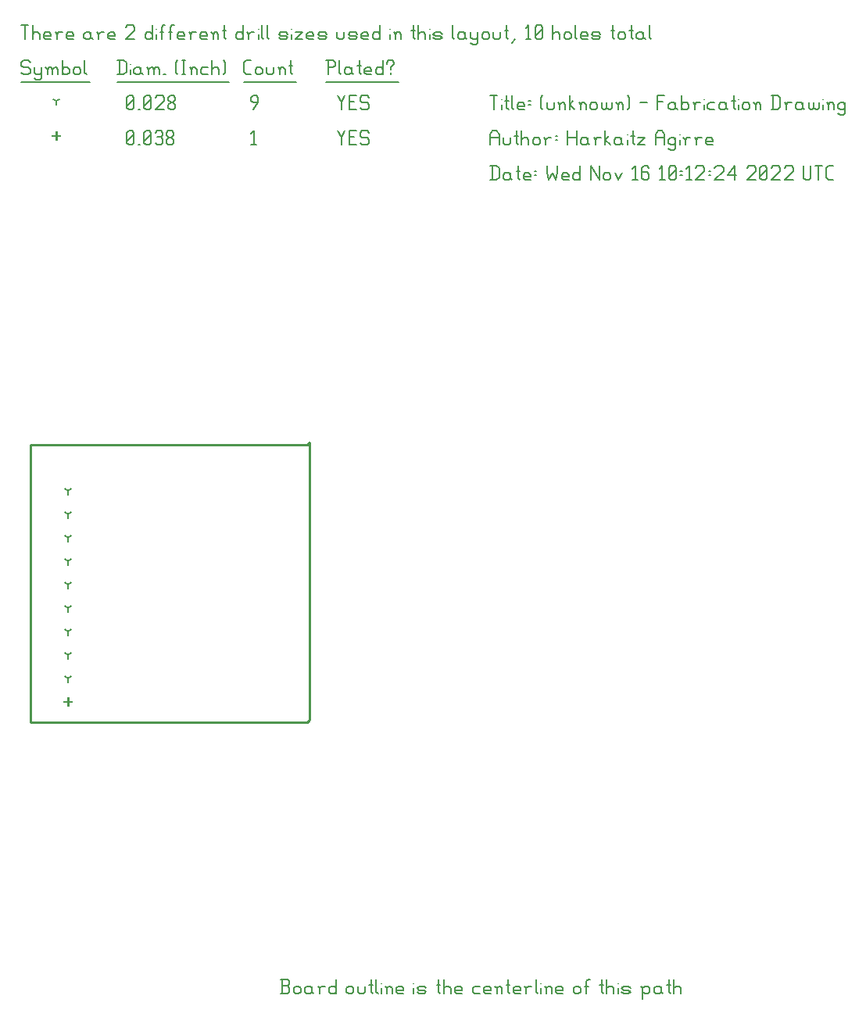
<source format=gbr>
G04 start of page 10 for group -3984 idx -3984 *
G04 Title: (unknown), fab *
G04 Creator: pcb 4.3.0 *
G04 CreationDate: Wed Nov 16 10:12:24 2022 UTC *
G04 For: harkaitz *
G04 Format: Gerber/RS-274X *
G04 PCB-Dimensions (mm): 100.00 80.00 *
G04 PCB-Coordinate-Origin: lower left *
%MOMM*%
%FSLAX43Y43*%
%LNFAB*%
%ADD46C,0.254*%
%ADD45C,0.191*%
%ADD44C,0.152*%
%ADD43R,0.203X0.203*%
G54D43*X5080Y29606D02*Y28794D01*
X4674Y29200D02*X5486D01*
X3810Y90884D02*Y90071D01*
X3404Y90478D02*X4216D01*
G54D44*X34290Y91049D02*X34671Y90287D01*
X35052Y91049D01*
X34671Y90287D02*Y89525D01*
X35509Y90363D02*X36081D01*
X35509Y89525D02*X36271D01*
X35509Y91049D02*Y89525D01*
Y91049D02*X36271D01*
X37490D02*X37681Y90858D01*
X36919Y91049D02*X37490D01*
X36728Y90858D02*X36919Y91049D01*
X36728Y90858D02*Y90478D01*
X36919Y90287D01*
X37490D01*
X37681Y90096D01*
Y89716D01*
X37490Y89525D02*X37681Y89716D01*
X36919Y89525D02*X37490D01*
X36728Y89716D02*X36919Y89525D01*
X24892Y90744D02*X25197Y91049D01*
Y89525D01*
X24892D02*X25464D01*
X11430Y89716D02*X11620Y89525D01*
X11430Y90858D02*Y89716D01*
Y90858D02*X11620Y91049D01*
X12002D01*
X12192Y90858D01*
Y89716D01*
X12002Y89525D02*X12192Y89716D01*
X11620Y89525D02*X12002D01*
X11430Y89906D02*X12192Y90668D01*
X12649Y89525D02*X12840D01*
X13297Y89716D02*X13487Y89525D01*
X13297Y90858D02*Y89716D01*
Y90858D02*X13487Y91049D01*
X13868D01*
X14059Y90858D01*
Y89716D01*
X13868Y89525D02*X14059Y89716D01*
X13487Y89525D02*X13868D01*
X13297Y89906D02*X14059Y90668D01*
X14516Y90858D02*X14707Y91049D01*
X15088D01*
X15278Y90858D01*
X15088Y89525D02*X15278Y89716D01*
X14707Y89525D02*X15088D01*
X14516Y89716D02*X14707Y89525D01*
Y90363D02*X15088D01*
X15278Y90858D02*Y90554D01*
Y90173D02*Y89716D01*
Y90173D02*X15088Y90363D01*
X15278Y90554D02*X15088Y90363D01*
X15735Y89716D02*X15926Y89525D01*
X15735Y90020D02*Y89716D01*
Y90020D02*X16002Y90287D01*
X16231D01*
X16497Y90020D01*
Y89716D01*
X16307Y89525D02*X16497Y89716D01*
X15926Y89525D02*X16307D01*
X15735Y90554D02*X16002Y90287D01*
X15735Y90858D02*Y90554D01*
Y90858D02*X15926Y91049D01*
X16307D01*
X16497Y90858D01*
Y90554D01*
X16231Y90287D02*X16497Y90554D01*
X5080Y31740D02*Y31334D01*
Y31740D02*X5432Y31943D01*
X5080Y31740D02*X4728Y31943D01*
X5080Y36820D02*Y36414D01*
Y36820D02*X5432Y37023D01*
X5080Y36820D02*X4728Y37023D01*
X5080Y34280D02*Y33874D01*
Y34280D02*X5432Y34483D01*
X5080Y34280D02*X4728Y34483D01*
X5080Y41900D02*Y41494D01*
Y41900D02*X5432Y42103D01*
X5080Y41900D02*X4728Y42103D01*
X5080Y39360D02*Y38954D01*
Y39360D02*X5432Y39563D01*
X5080Y39360D02*X4728Y39563D01*
X5080Y46980D02*Y46574D01*
Y46980D02*X5432Y47183D01*
X5080Y46980D02*X4728Y47183D01*
X5080Y44440D02*Y44034D01*
Y44440D02*X5432Y44643D01*
X5080Y44440D02*X4728Y44643D01*
X5080Y52060D02*Y51654D01*
Y52060D02*X5432Y52263D01*
X5080Y52060D02*X4728Y52263D01*
X5080Y49520D02*Y49114D01*
Y49520D02*X5432Y49723D01*
X5080Y49520D02*X4728Y49723D01*
X3810Y94288D02*Y93881D01*
Y94288D02*X4162Y94491D01*
X3810Y94288D02*X3458Y94491D01*
X34290Y94859D02*X34671Y94097D01*
X35052Y94859D01*
X34671Y94097D02*Y93335D01*
X35509Y94173D02*X36081D01*
X35509Y93335D02*X36271D01*
X35509Y94859D02*Y93335D01*
Y94859D02*X36271D01*
X37490D02*X37681Y94668D01*
X36919Y94859D02*X37490D01*
X36728Y94668D02*X36919Y94859D01*
X36728Y94668D02*Y94288D01*
X36919Y94097D01*
X37490D01*
X37681Y93906D01*
Y93526D01*
X37490Y93335D02*X37681Y93526D01*
X36919Y93335D02*X37490D01*
X36728Y93526D02*X36919Y93335D01*
X25082D02*X25654Y94097D01*
Y94668D02*Y94097D01*
X25464Y94859D02*X25654Y94668D01*
X25082Y94859D02*X25464D01*
X24892Y94668D02*X25082Y94859D01*
X24892Y94668D02*Y94288D01*
X25082Y94097D01*
X25654D01*
X11430Y93526D02*X11620Y93335D01*
X11430Y94668D02*Y93526D01*
Y94668D02*X11620Y94859D01*
X12002D01*
X12192Y94668D01*
Y93526D01*
X12002Y93335D02*X12192Y93526D01*
X11620Y93335D02*X12002D01*
X11430Y93716D02*X12192Y94478D01*
X12649Y93335D02*X12840D01*
X13297Y93526D02*X13487Y93335D01*
X13297Y94668D02*Y93526D01*
Y94668D02*X13487Y94859D01*
X13868D01*
X14059Y94668D01*
Y93526D01*
X13868Y93335D02*X14059Y93526D01*
X13487Y93335D02*X13868D01*
X13297Y93716D02*X14059Y94478D01*
X14516Y94668D02*X14707Y94859D01*
X15278D01*
X15469Y94668D01*
Y94288D01*
X14516Y93335D02*X15469Y94288D01*
X14516Y93335D02*X15469D01*
X15926Y93526D02*X16116Y93335D01*
X15926Y93830D02*Y93526D01*
Y93830D02*X16193Y94097D01*
X16421D01*
X16688Y93830D01*
Y93526D01*
X16497Y93335D02*X16688Y93526D01*
X16116Y93335D02*X16497D01*
X15926Y94364D02*X16193Y94097D01*
X15926Y94668D02*Y94364D01*
Y94668D02*X16116Y94859D01*
X16497D01*
X16688Y94668D01*
Y94364D01*
X16421Y94097D02*X16688Y94364D01*
X762Y98669D02*X952Y98478D01*
X190Y98669D02*X762D01*
X0Y98478D02*X190Y98669D01*
X0Y98478D02*Y98098D01*
X190Y97907D01*
X762D01*
X952Y97716D01*
Y97336D01*
X762Y97145D02*X952Y97336D01*
X190Y97145D02*X762D01*
X0Y97336D02*X190Y97145D01*
X1410Y97907D02*Y97336D01*
X1600Y97145D01*
X2172Y97907D02*Y96764D01*
X1981Y96574D02*X2172Y96764D01*
X1600Y96574D02*X1981D01*
X1410Y96764D02*X1600Y96574D01*
Y97145D02*X1981D01*
X2172Y97336D01*
X2819Y97716D02*Y97145D01*
Y97716D02*X3010Y97907D01*
X3200D01*
X3391Y97716D01*
Y97145D01*
Y97716D02*X3581Y97907D01*
X3772D01*
X3962Y97716D01*
Y97145D01*
X2629Y97907D02*X2819Y97716D01*
X4420Y98669D02*Y97145D01*
Y97336D02*X4610Y97145D01*
X4991D01*
X5182Y97336D01*
Y97716D02*Y97336D01*
X4991Y97907D02*X5182Y97716D01*
X4610Y97907D02*X4991D01*
X4420Y97716D02*X4610Y97907D01*
X5639Y97716D02*Y97336D01*
Y97716D02*X5829Y97907D01*
X6210D01*
X6401Y97716D01*
Y97336D01*
X6210Y97145D02*X6401Y97336D01*
X5829Y97145D02*X6210D01*
X5639Y97336D02*X5829Y97145D01*
X6858Y98669D02*Y97336D01*
X7049Y97145D01*
X0Y96319D02*X7430D01*
X10604Y98669D02*Y97145D01*
X11100Y98669D02*X11366Y98402D01*
Y97412D01*
X11100Y97145D02*X11366Y97412D01*
X10414Y97145D02*X11100D01*
X10414Y98669D02*X11100D01*
G54D45*X11824Y98288D02*Y98250D01*
G54D44*Y97716D02*Y97145D01*
X12776Y97907D02*X12967Y97716D01*
X12395Y97907D02*X12776D01*
X12205Y97716D02*X12395Y97907D01*
X12205Y97716D02*Y97336D01*
X12395Y97145D01*
X12967Y97907D02*Y97336D01*
X13157Y97145D01*
X12395D02*X12776D01*
X12967Y97336D01*
X13805Y97716D02*Y97145D01*
Y97716D02*X13995Y97907D01*
X14186D01*
X14376Y97716D01*
Y97145D01*
Y97716D02*X14567Y97907D01*
X14757D01*
X14948Y97716D01*
Y97145D01*
X13614Y97907D02*X13805Y97716D01*
X15405Y97145D02*X15596D01*
X16739Y97336D02*X16929Y97145D01*
X16739Y98478D02*X16929Y98669D01*
X16739Y98478D02*Y97336D01*
X17386Y98669D02*X17767D01*
X17577D02*Y97145D01*
X17386D02*X17767D01*
X18415Y97716D02*Y97145D01*
Y97716D02*X18606Y97907D01*
X18796D01*
X18987Y97716D01*
Y97145D01*
X18225Y97907D02*X18415Y97716D01*
X19634Y97907D02*X20206D01*
X19444Y97716D02*X19634Y97907D01*
X19444Y97716D02*Y97336D01*
X19634Y97145D01*
X20206D01*
X20663Y98669D02*Y97145D01*
Y97716D02*X20853Y97907D01*
X21234D01*
X21425Y97716D01*
Y97145D01*
X21882Y98669D02*X22073Y98478D01*
Y97336D01*
X21882Y97145D02*X22073Y97336D01*
X10414Y96319D02*X22530D01*
X24397Y97145D02*X24892D01*
X24130Y97412D02*X24397Y97145D01*
X24130Y98402D02*Y97412D01*
Y98402D02*X24397Y98669D01*
X24892D01*
X25349Y97716D02*Y97336D01*
Y97716D02*X25540Y97907D01*
X25921D01*
X26111Y97716D01*
Y97336D01*
X25921Y97145D02*X26111Y97336D01*
X25540Y97145D02*X25921D01*
X25349Y97336D02*X25540Y97145D01*
X26568Y97907D02*Y97336D01*
X26759Y97145D01*
X27140D01*
X27330Y97336D01*
Y97907D02*Y97336D01*
X27978Y97716D02*Y97145D01*
Y97716D02*X28169Y97907D01*
X28359D01*
X28550Y97716D01*
Y97145D01*
X27788Y97907D02*X27978Y97716D01*
X29197Y98669D02*Y97336D01*
X29388Y97145D01*
X29007Y98098D02*X29388D01*
X24130Y96319D02*X29769D01*
X33210Y98669D02*Y97145D01*
X33020Y98669D02*X33782D01*
X33972Y98478D01*
Y98098D01*
X33782Y97907D02*X33972Y98098D01*
X33210Y97907D02*X33782D01*
X34430Y98669D02*Y97336D01*
X34620Y97145D01*
X35573Y97907D02*X35763Y97716D01*
X35192Y97907D02*X35573D01*
X35001Y97716D02*X35192Y97907D01*
X35001Y97716D02*Y97336D01*
X35192Y97145D01*
X35763Y97907D02*Y97336D01*
X35954Y97145D01*
X35192D02*X35573D01*
X35763Y97336D01*
X36601Y98669D02*Y97336D01*
X36792Y97145D01*
X36411Y98098D02*X36792D01*
X37363Y97145D02*X37935D01*
X37173Y97336D02*X37363Y97145D01*
X37173Y97716D02*Y97336D01*
Y97716D02*X37363Y97907D01*
X37744D01*
X37935Y97716D01*
X37173Y97526D02*X37935D01*
Y97716D02*Y97526D01*
X39154Y98669D02*Y97145D01*
X38964D02*X39154Y97336D01*
X38583Y97145D02*X38964D01*
X38392Y97336D02*X38583Y97145D01*
X38392Y97716D02*Y97336D01*
Y97716D02*X38583Y97907D01*
X38964D01*
X39154Y97716D01*
X39992Y97907D02*Y97716D01*
Y97336D02*Y97145D01*
X39611Y98478D02*Y98288D01*
Y98478D02*X39802Y98669D01*
X40183D01*
X40373Y98478D01*
Y98288D01*
X39992Y97907D02*X40373Y98288D01*
X33020Y96319D02*X40831D01*
X0Y102479D02*X762D01*
X381D02*Y100955D01*
X1219Y102479D02*Y100955D01*
Y101526D02*X1410Y101717D01*
X1791D01*
X1981Y101526D01*
Y100955D01*
X2629D02*X3200D01*
X2438Y101146D02*X2629Y100955D01*
X2438Y101526D02*Y101146D01*
Y101526D02*X2629Y101717D01*
X3010D01*
X3200Y101526D01*
X2438Y101336D02*X3200D01*
Y101526D02*Y101336D01*
X3848Y101526D02*Y100955D01*
Y101526D02*X4039Y101717D01*
X4420D01*
X3658D02*X3848Y101526D01*
X5067Y100955D02*X5639D01*
X4877Y101146D02*X5067Y100955D01*
X4877Y101526D02*Y101146D01*
Y101526D02*X5067Y101717D01*
X5448D01*
X5639Y101526D01*
X4877Y101336D02*X5639D01*
Y101526D02*Y101336D01*
X7353Y101717D02*X7544Y101526D01*
X6972Y101717D02*X7353D01*
X6782Y101526D02*X6972Y101717D01*
X6782Y101526D02*Y101146D01*
X6972Y100955D01*
X7544Y101717D02*Y101146D01*
X7734Y100955D01*
X6972D02*X7353D01*
X7544Y101146D01*
X8382Y101526D02*Y100955D01*
Y101526D02*X8573Y101717D01*
X8954D01*
X8192D02*X8382Y101526D01*
X9601Y100955D02*X10173D01*
X9411Y101146D02*X9601Y100955D01*
X9411Y101526D02*Y101146D01*
Y101526D02*X9601Y101717D01*
X9982D01*
X10173Y101526D01*
X9411Y101336D02*X10173D01*
Y101526D02*Y101336D01*
X11316Y102288D02*X11506Y102479D01*
X12078D01*
X12268Y102288D01*
Y101908D01*
X11316Y100955D02*X12268Y101908D01*
X11316Y100955D02*X12268D01*
X14173Y102479D02*Y100955D01*
X13983D02*X14173Y101146D01*
X13602Y100955D02*X13983D01*
X13411Y101146D02*X13602Y100955D01*
X13411Y101526D02*Y101146D01*
Y101526D02*X13602Y101717D01*
X13983D01*
X14173Y101526D01*
G54D45*X14630Y102098D02*Y102060D01*
G54D44*Y101526D02*Y100955D01*
X15202Y102288D02*Y100955D01*
Y102288D02*X15392Y102479D01*
X15583D01*
X15011Y101717D02*X15392D01*
X16154Y102288D02*Y100955D01*
Y102288D02*X16345Y102479D01*
X16535D01*
X15964Y101717D02*X16345D01*
X17107Y100955D02*X17678D01*
X16916Y101146D02*X17107Y100955D01*
X16916Y101526D02*Y101146D01*
Y101526D02*X17107Y101717D01*
X17488D01*
X17678Y101526D01*
X16916Y101336D02*X17678D01*
Y101526D02*Y101336D01*
X18326Y101526D02*Y100955D01*
Y101526D02*X18517Y101717D01*
X18898D01*
X18136D02*X18326Y101526D01*
X19545Y100955D02*X20117D01*
X19355Y101146D02*X19545Y100955D01*
X19355Y101526D02*Y101146D01*
Y101526D02*X19545Y101717D01*
X19926D01*
X20117Y101526D01*
X19355Y101336D02*X20117D01*
Y101526D02*Y101336D01*
X20765Y101526D02*Y100955D01*
Y101526D02*X20955Y101717D01*
X21146D01*
X21336Y101526D01*
Y100955D01*
X20574Y101717D02*X20765Y101526D01*
X21984Y102479D02*Y101146D01*
X22174Y100955D01*
X21793Y101908D02*X22174D01*
X24003Y102479D02*Y100955D01*
X23813D02*X24003Y101146D01*
X23432Y100955D02*X23813D01*
X23241Y101146D02*X23432Y100955D01*
X23241Y101526D02*Y101146D01*
Y101526D02*X23432Y101717D01*
X23813D01*
X24003Y101526D01*
X24651D02*Y100955D01*
Y101526D02*X24841Y101717D01*
X25222D01*
X24460D02*X24651Y101526D01*
G54D45*X25679Y102098D02*Y102060D01*
G54D44*Y101526D02*Y100955D01*
X26060Y102479D02*Y101146D01*
X26251Y100955D01*
X26632Y102479D02*Y101146D01*
X26822Y100955D01*
X28080D02*X28651D01*
X28842Y101146D01*
X28651Y101336D02*X28842Y101146D01*
X28080Y101336D02*X28651D01*
X27889Y101526D02*X28080Y101336D01*
X27889Y101526D02*X28080Y101717D01*
X28651D01*
X28842Y101526D01*
X27889Y101146D02*X28080Y100955D01*
G54D45*X29299Y102098D02*Y102060D01*
G54D44*Y101526D02*Y100955D01*
X29680Y101717D02*X30442D01*
X29680Y100955D02*X30442Y101717D01*
X29680Y100955D02*X30442D01*
X31090D02*X31661D01*
X30899Y101146D02*X31090Y100955D01*
X30899Y101526D02*Y101146D01*
Y101526D02*X31090Y101717D01*
X31471D01*
X31661Y101526D01*
X30899Y101336D02*X31661D01*
Y101526D02*Y101336D01*
X32309Y100955D02*X32880D01*
X33071Y101146D01*
X32880Y101336D02*X33071Y101146D01*
X32309Y101336D02*X32880D01*
X32118Y101526D02*X32309Y101336D01*
X32118Y101526D02*X32309Y101717D01*
X32880D01*
X33071Y101526D01*
X32118Y101146D02*X32309Y100955D01*
X34214Y101717D02*Y101146D01*
X34404Y100955D01*
X34785D01*
X34976Y101146D01*
Y101717D02*Y101146D01*
X35624Y100955D02*X36195D01*
X36386Y101146D01*
X36195Y101336D02*X36386Y101146D01*
X35624Y101336D02*X36195D01*
X35433Y101526D02*X35624Y101336D01*
X35433Y101526D02*X35624Y101717D01*
X36195D01*
X36386Y101526D01*
X35433Y101146D02*X35624Y100955D01*
X37033D02*X37605D01*
X36843Y101146D02*X37033Y100955D01*
X36843Y101526D02*Y101146D01*
Y101526D02*X37033Y101717D01*
X37414D01*
X37605Y101526D01*
X36843Y101336D02*X37605D01*
Y101526D02*Y101336D01*
X38824Y102479D02*Y100955D01*
X38633D02*X38824Y101146D01*
X38252Y100955D02*X38633D01*
X38062Y101146D02*X38252Y100955D01*
X38062Y101526D02*Y101146D01*
Y101526D02*X38252Y101717D01*
X38633D01*
X38824Y101526D01*
G54D45*X39967Y102098D02*Y102060D01*
G54D44*Y101526D02*Y100955D01*
X40538Y101526D02*Y100955D01*
Y101526D02*X40729Y101717D01*
X40919D01*
X41110Y101526D01*
Y100955D01*
X40348Y101717D02*X40538Y101526D01*
X42443Y102479D02*Y101146D01*
X42634Y100955D01*
X42253Y101908D02*X42634D01*
X43015Y102479D02*Y100955D01*
Y101526D02*X43205Y101717D01*
X43586D01*
X43777Y101526D01*
Y100955D01*
G54D45*X44234Y102098D02*Y102060D01*
G54D44*Y101526D02*Y100955D01*
X44806D02*X45377D01*
X45568Y101146D01*
X45377Y101336D02*X45568Y101146D01*
X44806Y101336D02*X45377D01*
X44615Y101526D02*X44806Y101336D01*
X44615Y101526D02*X44806Y101717D01*
X45377D01*
X45568Y101526D01*
X44615Y101146D02*X44806Y100955D01*
X46711Y102479D02*Y101146D01*
X46901Y100955D01*
X47854Y101717D02*X48044Y101526D01*
X47473Y101717D02*X47854D01*
X47282Y101526D02*X47473Y101717D01*
X47282Y101526D02*Y101146D01*
X47473Y100955D01*
X48044Y101717D02*Y101146D01*
X48235Y100955D01*
X47473D02*X47854D01*
X48044Y101146D01*
X48692Y101717D02*Y101146D01*
X48882Y100955D01*
X49454Y101717D02*Y100574D01*
X49263Y100384D02*X49454Y100574D01*
X48882Y100384D02*X49263D01*
X48692Y100574D02*X48882Y100384D01*
Y100955D02*X49263D01*
X49454Y101146D01*
X49911Y101526D02*Y101146D01*
Y101526D02*X50102Y101717D01*
X50483D01*
X50673Y101526D01*
Y101146D01*
X50483Y100955D02*X50673Y101146D01*
X50102Y100955D02*X50483D01*
X49911Y101146D02*X50102Y100955D01*
X51130Y101717D02*Y101146D01*
X51321Y100955D01*
X51702D01*
X51892Y101146D01*
Y101717D02*Y101146D01*
X52540Y102479D02*Y101146D01*
X52730Y100955D01*
X52349Y101908D02*X52730D01*
X53111Y100574D02*X53492Y100955D01*
X54635Y102174D02*X54940Y102479D01*
Y100955D01*
X54635D02*X55207D01*
X55664Y101146D02*X55855Y100955D01*
X55664Y102288D02*Y101146D01*
Y102288D02*X55855Y102479D01*
X56236D01*
X56426Y102288D01*
Y101146D01*
X56236Y100955D02*X56426Y101146D01*
X55855Y100955D02*X56236D01*
X55664Y101336D02*X56426Y102098D01*
X57569Y102479D02*Y100955D01*
Y101526D02*X57760Y101717D01*
X58141D01*
X58331Y101526D01*
Y100955D01*
X58788Y101526D02*Y101146D01*
Y101526D02*X58979Y101717D01*
X59360D01*
X59550Y101526D01*
Y101146D01*
X59360Y100955D02*X59550Y101146D01*
X58979Y100955D02*X59360D01*
X58788Y101146D02*X58979Y100955D01*
X60008Y102479D02*Y101146D01*
X60198Y100955D01*
X60770D02*X61341D01*
X60579Y101146D02*X60770Y100955D01*
X60579Y101526D02*Y101146D01*
Y101526D02*X60770Y101717D01*
X61151D01*
X61341Y101526D01*
X60579Y101336D02*X61341D01*
Y101526D02*Y101336D01*
X61989Y100955D02*X62560D01*
X62751Y101146D01*
X62560Y101336D02*X62751Y101146D01*
X61989Y101336D02*X62560D01*
X61798Y101526D02*X61989Y101336D01*
X61798Y101526D02*X61989Y101717D01*
X62560D01*
X62751Y101526D01*
X61798Y101146D02*X61989Y100955D01*
X64084Y102479D02*Y101146D01*
X64275Y100955D01*
X63894Y101908D02*X64275D01*
X64656Y101526D02*Y101146D01*
Y101526D02*X64846Y101717D01*
X65227D01*
X65418Y101526D01*
Y101146D01*
X65227Y100955D02*X65418Y101146D01*
X64846Y100955D02*X65227D01*
X64656Y101146D02*X64846Y100955D01*
X66065Y102479D02*Y101146D01*
X66256Y100955D01*
X65875Y101908D02*X66256D01*
X67208Y101717D02*X67399Y101526D01*
X66827Y101717D02*X67208D01*
X66637Y101526D02*X66827Y101717D01*
X66637Y101526D02*Y101146D01*
X66827Y100955D01*
X67399Y101717D02*Y101146D01*
X67589Y100955D01*
X66827D02*X67208D01*
X67399Y101146D01*
X68047Y102479D02*Y101146D01*
X68237Y100955D01*
G54D46*X31000Y27000D02*X1000D01*
Y57000D01*
X31000D01*
X31250Y57250D01*
Y27250D01*
X31000Y27000D01*
G54D44*X28073Y-2413D02*X28835D01*
X29026Y-2222D01*
Y-1765D02*Y-2222D01*
X28835Y-1575D02*X29026Y-1765D01*
X28264Y-1575D02*X28835D01*
X28264Y-889D02*Y-2413D01*
X28073Y-889D02*X28835D01*
X29026Y-1080D01*
Y-1384D01*
X28835Y-1575D02*X29026Y-1384D01*
X29483Y-1842D02*Y-2222D01*
Y-1842D02*X29674Y-1651D01*
X30055D01*
X30245Y-1842D01*
Y-2222D01*
X30055Y-2413D02*X30245Y-2222D01*
X29674Y-2413D02*X30055D01*
X29483Y-2222D02*X29674Y-2413D01*
X31274Y-1651D02*X31464Y-1842D01*
X30893Y-1651D02*X31274D01*
X30702Y-1842D02*X30893Y-1651D01*
X30702Y-1842D02*Y-2222D01*
X30893Y-2413D01*
X31464Y-1651D02*Y-2222D01*
X31655Y-2413D01*
X30893D02*X31274D01*
X31464Y-2222D01*
X32303Y-1842D02*Y-2413D01*
Y-1842D02*X32493Y-1651D01*
X32874D01*
X32112D02*X32303Y-1842D01*
X34093Y-889D02*Y-2413D01*
X33903D02*X34093Y-2222D01*
X33522Y-2413D02*X33903D01*
X33331Y-2222D02*X33522Y-2413D01*
X33331Y-1842D02*Y-2222D01*
Y-1842D02*X33522Y-1651D01*
X33903D01*
X34093Y-1842D01*
X35236D02*Y-2222D01*
Y-1842D02*X35427Y-1651D01*
X35808D01*
X35998Y-1842D01*
Y-2222D01*
X35808Y-2413D02*X35998Y-2222D01*
X35427Y-2413D02*X35808D01*
X35236Y-2222D02*X35427Y-2413D01*
X36455Y-1651D02*Y-2222D01*
X36646Y-2413D01*
X37027D01*
X37217Y-2222D01*
Y-1651D02*Y-2222D01*
X37865Y-889D02*Y-2222D01*
X38056Y-2413D01*
X37675Y-1460D02*X38056D01*
X38437Y-889D02*Y-2222D01*
X38627Y-2413D01*
G54D45*X39008Y-1270D02*Y-1308D01*
G54D44*Y-1842D02*Y-2413D01*
X39580Y-1842D02*Y-2413D01*
Y-1842D02*X39770Y-1651D01*
X39961D01*
X40151Y-1842D01*
Y-2413D01*
X39389Y-1651D02*X39580Y-1842D01*
X40799Y-2413D02*X41370D01*
X40608Y-2222D02*X40799Y-2413D01*
X40608Y-1842D02*Y-2222D01*
Y-1842D02*X40799Y-1651D01*
X41180D01*
X41370Y-1842D01*
X40608Y-2032D02*X41370D01*
Y-1842D02*Y-2032D01*
G54D45*X42513Y-1270D02*Y-1308D01*
G54D44*Y-1842D02*Y-2413D01*
X43085D02*X43656D01*
X43847Y-2222D01*
X43656Y-2032D02*X43847Y-2222D01*
X43085Y-2032D02*X43656D01*
X42894Y-1842D02*X43085Y-2032D01*
X42894Y-1842D02*X43085Y-1651D01*
X43656D01*
X43847Y-1842D01*
X42894Y-2222D02*X43085Y-2413D01*
X45180Y-889D02*Y-2222D01*
X45371Y-2413D01*
X44990Y-1460D02*X45371D01*
X45752Y-889D02*Y-2413D01*
Y-1842D02*X45942Y-1651D01*
X46323D01*
X46514Y-1842D01*
Y-2413D01*
X47162D02*X47733D01*
X46971Y-2222D02*X47162Y-2413D01*
X46971Y-1842D02*Y-2222D01*
Y-1842D02*X47162Y-1651D01*
X47543D01*
X47733Y-1842D01*
X46971Y-2032D02*X47733D01*
Y-1842D02*Y-2032D01*
X49067Y-1651D02*X49638D01*
X48876Y-1842D02*X49067Y-1651D01*
X48876Y-1842D02*Y-2222D01*
X49067Y-2413D01*
X49638D01*
X50286D02*X50857D01*
X50095Y-2222D02*X50286Y-2413D01*
X50095Y-1842D02*Y-2222D01*
Y-1842D02*X50286Y-1651D01*
X50667D01*
X50857Y-1842D01*
X50095Y-2032D02*X50857D01*
Y-1842D02*Y-2032D01*
X51505Y-1842D02*Y-2413D01*
Y-1842D02*X51695Y-1651D01*
X51886D01*
X52076Y-1842D01*
Y-2413D01*
X51314Y-1651D02*X51505Y-1842D01*
X52724Y-889D02*Y-2222D01*
X52915Y-2413D01*
X52534Y-1460D02*X52915D01*
X53486Y-2413D02*X54058D01*
X53296Y-2222D02*X53486Y-2413D01*
X53296Y-1842D02*Y-2222D01*
Y-1842D02*X53486Y-1651D01*
X53867D01*
X54058Y-1842D01*
X53296Y-2032D02*X54058D01*
Y-1842D02*Y-2032D01*
X54705Y-1842D02*Y-2413D01*
Y-1842D02*X54896Y-1651D01*
X55277D01*
X54515D02*X54705Y-1842D01*
X55734Y-889D02*Y-2222D01*
X55925Y-2413D01*
G54D45*X56306Y-1270D02*Y-1308D01*
G54D44*Y-1842D02*Y-2413D01*
X56877Y-1842D02*Y-2413D01*
Y-1842D02*X57068Y-1651D01*
X57258D01*
X57449Y-1842D01*
Y-2413D01*
X56687Y-1651D02*X56877Y-1842D01*
X58096Y-2413D02*X58668D01*
X57906Y-2222D02*X58096Y-2413D01*
X57906Y-1842D02*Y-2222D01*
Y-1842D02*X58096Y-1651D01*
X58477D01*
X58668Y-1842D01*
X57906Y-2032D02*X58668D01*
Y-1842D02*Y-2032D01*
X59811Y-1842D02*Y-2222D01*
Y-1842D02*X60001Y-1651D01*
X60382D01*
X60573Y-1842D01*
Y-2222D01*
X60382Y-2413D02*X60573Y-2222D01*
X60001Y-2413D02*X60382D01*
X59811Y-2222D02*X60001Y-2413D01*
X61220Y-1080D02*Y-2413D01*
Y-1080D02*X61411Y-889D01*
X61601D01*
X61030Y-1651D02*X61411D01*
X62859Y-889D02*Y-2222D01*
X63049Y-2413D01*
X62668Y-1460D02*X63049D01*
X63430Y-889D02*Y-2413D01*
Y-1842D02*X63621Y-1651D01*
X64002D01*
X64192Y-1842D01*
Y-2413D01*
G54D45*X64649Y-1270D02*Y-1308D01*
G54D44*Y-1842D02*Y-2413D01*
X65221D02*X65792D01*
X65983Y-2222D01*
X65792Y-2032D02*X65983Y-2222D01*
X65221Y-2032D02*X65792D01*
X65030Y-1842D02*X65221Y-2032D01*
X65030Y-1842D02*X65221Y-1651D01*
X65792D01*
X65983Y-1842D01*
X65030Y-2222D02*X65221Y-2413D01*
X67316Y-1842D02*Y-2984D01*
X67126Y-1651D02*X67316Y-1842D01*
X67507Y-1651D01*
X67888D01*
X68078Y-1842D01*
Y-2222D01*
X67888Y-2413D02*X68078Y-2222D01*
X67507Y-2413D02*X67888D01*
X67316Y-2222D02*X67507Y-2413D01*
X69107Y-1651D02*X69298Y-1842D01*
X68726Y-1651D02*X69107D01*
X68536Y-1842D02*X68726Y-1651D01*
X68536Y-1842D02*Y-2222D01*
X68726Y-2413D01*
X69298Y-1651D02*Y-2222D01*
X69488Y-2413D01*
X68726D02*X69107D01*
X69298Y-2222D01*
X70136Y-889D02*Y-2222D01*
X70326Y-2413D01*
X69945Y-1460D02*X70326D01*
X70707Y-889D02*Y-2413D01*
Y-1842D02*X70898Y-1651D01*
X71279D01*
X71469Y-1842D01*
Y-2413D01*
X50990Y87239D02*Y85715D01*
X51486Y87239D02*X51752Y86972D01*
Y85982D01*
X51486Y85715D02*X51752Y85982D01*
X50800Y85715D02*X51486D01*
X50800Y87239D02*X51486D01*
X52781Y86477D02*X52972Y86286D01*
X52400Y86477D02*X52781D01*
X52210Y86286D02*X52400Y86477D01*
X52210Y86286D02*Y85906D01*
X52400Y85715D01*
X52972Y86477D02*Y85906D01*
X53162Y85715D01*
X52400D02*X52781D01*
X52972Y85906D01*
X53810Y87239D02*Y85906D01*
X54000Y85715D01*
X53619Y86668D02*X54000D01*
X54572Y85715D02*X55143D01*
X54381Y85906D02*X54572Y85715D01*
X54381Y86286D02*Y85906D01*
Y86286D02*X54572Y86477D01*
X54953D01*
X55143Y86286D01*
X54381Y86096D02*X55143D01*
Y86286D02*Y86096D01*
X55601Y86668D02*X55791D01*
X55601Y86286D02*X55791D01*
X56934Y87239D02*Y86477D01*
X57125Y85715D01*
X57506Y86477D01*
X57887Y85715D01*
X58077Y86477D01*
Y87239D02*Y86477D01*
X58725Y85715D02*X59296D01*
X58534Y85906D02*X58725Y85715D01*
X58534Y86286D02*Y85906D01*
Y86286D02*X58725Y86477D01*
X59106D01*
X59296Y86286D01*
X58534Y86096D02*X59296D01*
Y86286D02*Y86096D01*
X60516Y87239D02*Y85715D01*
X60325D02*X60516Y85906D01*
X59944Y85715D02*X60325D01*
X59754Y85906D02*X59944Y85715D01*
X59754Y86286D02*Y85906D01*
Y86286D02*X59944Y86477D01*
X60325D01*
X60516Y86286D01*
X61659Y87239D02*Y85715D01*
Y87239D02*X62611Y85715D01*
Y87239D02*Y85715D01*
X63068Y86286D02*Y85906D01*
Y86286D02*X63259Y86477D01*
X63640D01*
X63830Y86286D01*
Y85906D01*
X63640Y85715D02*X63830Y85906D01*
X63259Y85715D02*X63640D01*
X63068Y85906D02*X63259Y85715D01*
X64287Y86477D02*X64668Y85715D01*
X65049Y86477D02*X64668Y85715D01*
X66192Y86934D02*X66497Y87239D01*
Y85715D01*
X66192D02*X66764D01*
X67793Y87239D02*X67983Y87048D01*
X67412Y87239D02*X67793D01*
X67221Y87048D02*X67412Y87239D01*
X67221Y87048D02*Y85906D01*
X67412Y85715D01*
X67793Y86553D02*X67983Y86363D01*
X67221Y86553D02*X67793D01*
X67412Y85715D02*X67793D01*
X67983Y85906D01*
Y86363D02*Y85906D01*
X69126Y86934D02*X69431Y87239D01*
Y85715D01*
X69126D02*X69698D01*
X70155Y85906D02*X70345Y85715D01*
X70155Y87048D02*Y85906D01*
Y87048D02*X70345Y87239D01*
X70726D01*
X70917Y87048D01*
Y85906D01*
X70726Y85715D02*X70917Y85906D01*
X70345Y85715D02*X70726D01*
X70155Y86096D02*X70917Y86858D01*
X71374Y86668D02*X71565D01*
X71374Y86286D02*X71565D01*
X72022Y86934D02*X72327Y87239D01*
Y85715D01*
X72022D02*X72593D01*
X73050Y87048D02*X73241Y87239D01*
X73812D01*
X74003Y87048D01*
Y86668D01*
X73050Y85715D02*X74003Y86668D01*
X73050Y85715D02*X74003D01*
X74460Y86668D02*X74651D01*
X74460Y86286D02*X74651D01*
X75108Y87048D02*X75298Y87239D01*
X75870D01*
X76060Y87048D01*
Y86668D01*
X75108Y85715D02*X76060Y86668D01*
X75108Y85715D02*X76060D01*
X76518Y86286D02*X77280Y87239D01*
X76518Y86286D02*X77470D01*
X77280Y87239D02*Y85715D01*
X78613Y87048D02*X78804Y87239D01*
X79375D01*
X79566Y87048D01*
Y86668D01*
X78613Y85715D02*X79566Y86668D01*
X78613Y85715D02*X79566D01*
X80023Y85906D02*X80213Y85715D01*
X80023Y87048D02*Y85906D01*
Y87048D02*X80213Y87239D01*
X80594D01*
X80785Y87048D01*
Y85906D01*
X80594Y85715D02*X80785Y85906D01*
X80213Y85715D02*X80594D01*
X80023Y86096D02*X80785Y86858D01*
X81242Y87048D02*X81432Y87239D01*
X82004D01*
X82194Y87048D01*
Y86668D01*
X81242Y85715D02*X82194Y86668D01*
X81242Y85715D02*X82194D01*
X82652Y87048D02*X82842Y87239D01*
X83414D01*
X83604Y87048D01*
Y86668D01*
X82652Y85715D02*X83604Y86668D01*
X82652Y85715D02*X83604D01*
X84747Y87239D02*Y85906D01*
X84938Y85715D01*
X85319D01*
X85509Y85906D01*
Y87239D02*Y85906D01*
X85966Y87239D02*X86728D01*
X86347D02*Y85715D01*
X87452D02*X87948D01*
X87186Y85982D02*X87452Y85715D01*
X87186Y86972D02*Y85982D01*
Y86972D02*X87452Y87239D01*
X87948D01*
X50800Y90668D02*Y89525D01*
Y90668D02*X51067Y91049D01*
X51486D01*
X51752Y90668D01*
Y89525D01*
X50800Y90287D02*X51752D01*
X52210D02*Y89716D01*
X52400Y89525D01*
X52781D01*
X52972Y89716D01*
Y90287D02*Y89716D01*
X53619Y91049D02*Y89716D01*
X53810Y89525D01*
X53429Y90478D02*X53810D01*
X54191Y91049D02*Y89525D01*
Y90096D02*X54381Y90287D01*
X54762D01*
X54953Y90096D01*
Y89525D01*
X55410Y90096D02*Y89716D01*
Y90096D02*X55601Y90287D01*
X55982D01*
X56172Y90096D01*
Y89716D01*
X55982Y89525D02*X56172Y89716D01*
X55601Y89525D02*X55982D01*
X55410Y89716D02*X55601Y89525D01*
X56820Y90096D02*Y89525D01*
Y90096D02*X57010Y90287D01*
X57391D01*
X56629D02*X56820Y90096D01*
X57849Y90478D02*X58039D01*
X57849Y90096D02*X58039D01*
X59182Y91049D02*Y89525D01*
X60135Y91049D02*Y89525D01*
X59182Y90287D02*X60135D01*
X61163D02*X61354Y90096D01*
X60782Y90287D02*X61163D01*
X60592Y90096D02*X60782Y90287D01*
X60592Y90096D02*Y89716D01*
X60782Y89525D01*
X61354Y90287D02*Y89716D01*
X61544Y89525D01*
X60782D02*X61163D01*
X61354Y89716D01*
X62192Y90096D02*Y89525D01*
Y90096D02*X62382Y90287D01*
X62763D01*
X62001D02*X62192Y90096D01*
X63221Y91049D02*Y89525D01*
Y90096D02*X63792Y89525D01*
X63221Y90096D02*X63602Y90478D01*
X64821Y90287D02*X65011Y90096D01*
X64440Y90287D02*X64821D01*
X64249Y90096D02*X64440Y90287D01*
X64249Y90096D02*Y89716D01*
X64440Y89525D01*
X65011Y90287D02*Y89716D01*
X65202Y89525D01*
X64440D02*X64821D01*
X65011Y89716D01*
G54D45*X65659Y90668D02*Y90630D01*
G54D44*Y90096D02*Y89525D01*
X66231Y91049D02*Y89716D01*
X66421Y89525D01*
X66040Y90478D02*X66421D01*
X66802Y90287D02*X67564D01*
X66802Y89525D02*X67564Y90287D01*
X66802Y89525D02*X67564D01*
X68707Y90668D02*Y89525D01*
Y90668D02*X68974Y91049D01*
X69393D01*
X69660Y90668D01*
Y89525D01*
X68707Y90287D02*X69660D01*
X70688D02*X70879Y90096D01*
X70307Y90287D02*X70688D01*
X70117Y90096D02*X70307Y90287D01*
X70117Y90096D02*Y89716D01*
X70307Y89525D01*
X70688D01*
X70879Y89716D01*
X70117Y89144D02*X70307Y88954D01*
X70688D01*
X70879Y89144D01*
Y90287D02*Y89144D01*
G54D45*X71336Y90668D02*Y90630D01*
G54D44*Y90096D02*Y89525D01*
X71907Y90096D02*Y89525D01*
Y90096D02*X72098Y90287D01*
X72479D01*
X71717D02*X71907Y90096D01*
X73127D02*Y89525D01*
Y90096D02*X73317Y90287D01*
X73698D01*
X72936D02*X73127Y90096D01*
X74346Y89525D02*X74917D01*
X74155Y89716D02*X74346Y89525D01*
X74155Y90096D02*Y89716D01*
Y90096D02*X74346Y90287D01*
X74727D01*
X74917Y90096D01*
X74155Y89906D02*X74917D01*
Y90096D02*Y89906D01*
X50800Y94859D02*X51562D01*
X51181D02*Y93335D01*
G54D45*X52019Y94478D02*Y94440D01*
G54D44*Y93906D02*Y93335D01*
X52591Y94859D02*Y93526D01*
X52781Y93335D01*
X52400Y94288D02*X52781D01*
X53162Y94859D02*Y93526D01*
X53353Y93335D01*
X53924D02*X54496D01*
X53734Y93526D02*X53924Y93335D01*
X53734Y93906D02*Y93526D01*
Y93906D02*X53924Y94097D01*
X54305D01*
X54496Y93906D01*
X53734Y93716D02*X54496D01*
Y93906D02*Y93716D01*
X54953Y94288D02*X55143D01*
X54953Y93906D02*X55143D01*
X56286Y93526D02*X56477Y93335D01*
X56286Y94668D02*X56477Y94859D01*
X56286Y94668D02*Y93526D01*
X56934Y94097D02*Y93526D01*
X57125Y93335D01*
X57506D01*
X57696Y93526D01*
Y94097D02*Y93526D01*
X58344Y93906D02*Y93335D01*
Y93906D02*X58534Y94097D01*
X58725D01*
X58915Y93906D01*
Y93335D01*
X58153Y94097D02*X58344Y93906D01*
X59373Y94859D02*Y93335D01*
Y93906D02*X59944Y93335D01*
X59373Y93906D02*X59754Y94288D01*
X60592Y93906D02*Y93335D01*
Y93906D02*X60782Y94097D01*
X60973D01*
X61163Y93906D01*
Y93335D01*
X60401Y94097D02*X60592Y93906D01*
X61620D02*Y93526D01*
Y93906D02*X61811Y94097D01*
X62192D01*
X62382Y93906D01*
Y93526D01*
X62192Y93335D02*X62382Y93526D01*
X61811Y93335D02*X62192D01*
X61620Y93526D02*X61811Y93335D01*
X62840Y94097D02*Y93526D01*
X63030Y93335D01*
X63221D01*
X63411Y93526D01*
Y94097D02*Y93526D01*
X63602Y93335D01*
X63792D01*
X63983Y93526D01*
Y94097D02*Y93526D01*
X64630Y93906D02*Y93335D01*
Y93906D02*X64821Y94097D01*
X65011D01*
X65202Y93906D01*
Y93335D01*
X64440Y94097D02*X64630Y93906D01*
X65659Y94859D02*X65850Y94668D01*
Y93526D01*
X65659Y93335D02*X65850Y93526D01*
X66993Y94097D02*X67755D01*
X68898Y94859D02*Y93335D01*
Y94859D02*X69660D01*
X68898Y94173D02*X69469D01*
X70688Y94097D02*X70879Y93906D01*
X70307Y94097D02*X70688D01*
X70117Y93906D02*X70307Y94097D01*
X70117Y93906D02*Y93526D01*
X70307Y93335D01*
X70879Y94097D02*Y93526D01*
X71069Y93335D01*
X70307D02*X70688D01*
X70879Y93526D01*
X71526Y94859D02*Y93335D01*
Y93526D02*X71717Y93335D01*
X72098D01*
X72288Y93526D01*
Y93906D02*Y93526D01*
X72098Y94097D02*X72288Y93906D01*
X71717Y94097D02*X72098D01*
X71526Y93906D02*X71717Y94097D01*
X72936Y93906D02*Y93335D01*
Y93906D02*X73127Y94097D01*
X73508D01*
X72746D02*X72936Y93906D01*
G54D45*X73965Y94478D02*Y94440D01*
G54D44*Y93906D02*Y93335D01*
X74536Y94097D02*X75108D01*
X74346Y93906D02*X74536Y94097D01*
X74346Y93906D02*Y93526D01*
X74536Y93335D01*
X75108D01*
X76137Y94097D02*X76327Y93906D01*
X75756Y94097D02*X76137D01*
X75565Y93906D02*X75756Y94097D01*
X75565Y93906D02*Y93526D01*
X75756Y93335D01*
X76327Y94097D02*Y93526D01*
X76518Y93335D01*
X75756D02*X76137D01*
X76327Y93526D01*
X77165Y94859D02*Y93526D01*
X77356Y93335D01*
X76975Y94288D02*X77356D01*
G54D45*X77737Y94478D02*Y94440D01*
G54D44*Y93906D02*Y93335D01*
X78118Y93906D02*Y93526D01*
Y93906D02*X78308Y94097D01*
X78689D01*
X78880Y93906D01*
Y93526D01*
X78689Y93335D02*X78880Y93526D01*
X78308Y93335D02*X78689D01*
X78118Y93526D02*X78308Y93335D01*
X79527Y93906D02*Y93335D01*
Y93906D02*X79718Y94097D01*
X79908D01*
X80099Y93906D01*
Y93335D01*
X79337Y94097D02*X79527Y93906D01*
X81432Y94859D02*Y93335D01*
X81928Y94859D02*X82194Y94592D01*
Y93602D01*
X81928Y93335D02*X82194Y93602D01*
X81242Y93335D02*X81928D01*
X81242Y94859D02*X81928D01*
X82842Y93906D02*Y93335D01*
Y93906D02*X83033Y94097D01*
X83414D01*
X82652D02*X82842Y93906D01*
X84442Y94097D02*X84633Y93906D01*
X84061Y94097D02*X84442D01*
X83871Y93906D02*X84061Y94097D01*
X83871Y93906D02*Y93526D01*
X84061Y93335D01*
X84633Y94097D02*Y93526D01*
X84823Y93335D01*
X84061D02*X84442D01*
X84633Y93526D01*
X85281Y94097D02*Y93526D01*
X85471Y93335D01*
X85662D01*
X85852Y93526D01*
Y94097D02*Y93526D01*
X86043Y93335D01*
X86233D01*
X86424Y93526D01*
Y94097D02*Y93526D01*
G54D45*X86881Y94478D02*Y94440D01*
G54D44*Y93906D02*Y93335D01*
X87452Y93906D02*Y93335D01*
Y93906D02*X87643Y94097D01*
X87833D01*
X88024Y93906D01*
Y93335D01*
X87262Y94097D02*X87452Y93906D01*
X89052Y94097D02*X89243Y93906D01*
X88671Y94097D02*X89052D01*
X88481Y93906D02*X88671Y94097D01*
X88481Y93906D02*Y93526D01*
X88671Y93335D01*
X89052D01*
X89243Y93526D01*
X88481Y92954D02*X88671Y92764D01*
X89052D01*
X89243Y92954D01*
Y94097D02*Y92954D01*
M02*

</source>
